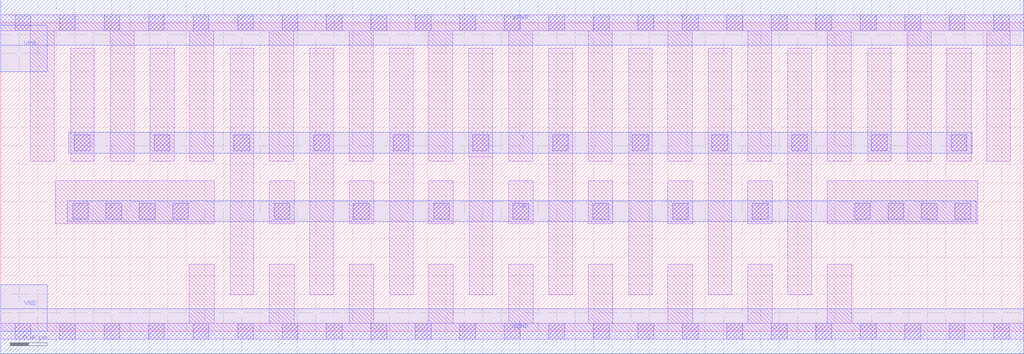
<source format=lef>
# Copyright 2020 The SkyWater PDK Authors
#
# Licensed under the Apache License, Version 2.0 (the "License");
# you may not use this file except in compliance with the License.
# You may obtain a copy of the License at
#
#     https://www.apache.org/licenses/LICENSE-2.0
#
# Unless required by applicable law or agreed to in writing, software
# distributed under the License is distributed on an "AS IS" BASIS,
# WITHOUT WARRANTIES OR CONDITIONS OF ANY KIND, either express or implied.
# See the License for the specific language governing permissions and
# limitations under the License.
#
# SPDX-License-Identifier: Apache-2.0

VERSION 5.5 ;
NAMESCASESENSITIVE ON ;
BUSBITCHARS "[]" ;
DIVIDERCHAR "/" ;
MACRO sky130_fd_sc_lp__clkinv_16
  CLASS CORE ;
  SOURCE USER ;
  ORIGIN  0.000000  0.000000 ;
  SIZE  11.04000 BY  3.330000 ;
  SYMMETRY X Y R90 ;
  SITE unit ;
  PIN A
    ANTENNAGATEAREA  5.544000 ;
    DIRECTION INPUT ;
    USE SIGNAL ;
    PORT
      LAYER met1 ;
        RECT 0.715000 1.180000 10.525000 1.410000 ;
    END
  END A
  PIN Y
    ANTENNADIFFAREA  5.174400 ;
    DIRECTION OUTPUT ;
    USE SIGNAL ;
    PORT
      LAYER met1 ;
        RECT 0.735000 1.920000 10.485000 2.150000 ;
    END
  END Y
  PIN VGND
    DIRECTION INOUT ;
    USE GROUND ;
    PORT
      LAYER met1 ;
        RECT 0.000000 -0.245000 11.040000 0.245000 ;
    END
  END VGND
  PIN VNB
    DIRECTION INOUT ;
    USE GROUND ;
    PORT
    END
  END VNB
  PIN VPB
    DIRECTION INOUT ;
    USE POWER ;
    PORT
    END
  END VPB
  PIN VNB
    DIRECTION INOUT ;
    USE GROUND ;
    PORT
      LAYER met1 ;
        RECT 0.000000 0.000000 0.500000 0.500000 ;
    END
  END VNB
  PIN VPB
    DIRECTION INOUT ;
    USE POWER ;
    PORT
      LAYER met1 ;
        RECT 0.000000 2.800000 0.500000 3.300000 ;
    END
  END VPB
  PIN VPWR
    DIRECTION INOUT ;
    USE POWER ;
    PORT
      LAYER met1 ;
        RECT 0.000000 3.085000 11.040000 3.575000 ;
    END
  END VPWR
  OBS
    LAYER li1 ;
      RECT  0.000000 -0.085000 11.040000 0.085000 ;
      RECT  0.000000  3.245000 11.040000 3.415000 ;
      RECT  0.320000  1.835000  0.580000 3.245000 ;
      RECT  0.590000  1.160000  2.305000 1.625000 ;
      RECT  0.755000  1.835000  1.010000 3.055000 ;
      RECT  1.180000  1.835000  1.440000 3.245000 ;
      RECT  1.615000  1.835000  1.870000 3.055000 ;
      RECT  2.035000  0.085000  2.305000 0.725000 ;
      RECT  2.040000  1.835000  2.300000 3.245000 ;
      RECT  2.475000  0.395000  2.730000 3.055000 ;
      RECT  2.900000  0.085000  3.165000 0.725000 ;
      RECT  2.900000  1.160000  3.165000 1.625000 ;
      RECT  2.900000  1.835000  3.160000 3.245000 ;
      RECT  3.335000  0.395000  3.590000 3.055000 ;
      RECT  3.760000  0.085000  4.025000 0.725000 ;
      RECT  3.760000  1.160000  4.025000 1.625000 ;
      RECT  3.760000  1.835000  4.020000 3.245000 ;
      RECT  4.195000  0.395000  4.450000 3.055000 ;
      RECT  4.620000  0.085000  4.885000 0.725000 ;
      RECT  4.620000  1.160000  4.885000 1.625000 ;
      RECT  4.620000  1.835000  4.880000 3.245000 ;
      RECT  5.050000  1.885000  5.310000 3.055000 ;
      RECT  5.055000  0.395000  5.310000 1.885000 ;
      RECT  5.480000  0.085000  5.745000 0.725000 ;
      RECT  5.480000  1.160000  5.745000 1.625000 ;
      RECT  5.480000  1.835000  5.740000 3.245000 ;
      RECT  5.915000  0.395000  6.170000 3.055000 ;
      RECT  6.340000  0.085000  6.605000 0.725000 ;
      RECT  6.340000  1.160000  6.605000 1.625000 ;
      RECT  6.340000  1.835000  6.600000 3.245000 ;
      RECT  6.775000  0.395000  7.030000 3.055000 ;
      RECT  7.200000  0.085000  7.465000 0.725000 ;
      RECT  7.200000  1.160000  7.465000 1.625000 ;
      RECT  7.200000  1.835000  7.460000 3.245000 ;
      RECT  7.635000  0.395000  7.890000 3.055000 ;
      RECT  8.060000  0.085000  8.325000 0.725000 ;
      RECT  8.060000  1.160000  8.325000 1.625000 ;
      RECT  8.060000  1.835000  8.320000 3.245000 ;
      RECT  8.495000  0.395000  8.750000 3.055000 ;
      RECT  8.920000  0.085000  9.185000 0.725000 ;
      RECT  8.920000  1.160000 10.545000 1.625000 ;
      RECT  8.920000  1.835000  9.180000 3.245000 ;
      RECT  9.355000  1.835000  9.610000 3.055000 ;
      RECT  9.780000  1.835000 10.040000 3.245000 ;
      RECT 10.210000  1.835000 10.470000 3.055000 ;
      RECT 10.640000  1.835000 10.895000 3.245000 ;
    LAYER mcon ;
      RECT  0.155000 -0.085000  0.325000 0.085000 ;
      RECT  0.155000  3.245000  0.325000 3.415000 ;
      RECT  0.635000 -0.085000  0.805000 0.085000 ;
      RECT  0.635000  3.245000  0.805000 3.415000 ;
      RECT  0.775000  1.210000  0.945000 1.380000 ;
      RECT  0.795000  1.950000  0.965000 2.120000 ;
      RECT  1.115000 -0.085000  1.285000 0.085000 ;
      RECT  1.115000  3.245000  1.285000 3.415000 ;
      RECT  1.135000  1.210000  1.305000 1.380000 ;
      RECT  1.495000  1.210000  1.665000 1.380000 ;
      RECT  1.595000 -0.085000  1.765000 0.085000 ;
      RECT  1.595000  3.245000  1.765000 3.415000 ;
      RECT  1.655000  1.950000  1.825000 2.120000 ;
      RECT  1.855000  1.210000  2.025000 1.380000 ;
      RECT  2.075000 -0.085000  2.245000 0.085000 ;
      RECT  2.075000  3.245000  2.245000 3.415000 ;
      RECT  2.515000  1.950000  2.685000 2.120000 ;
      RECT  2.555000 -0.085000  2.725000 0.085000 ;
      RECT  2.555000  3.245000  2.725000 3.415000 ;
      RECT  2.950000  1.210000  3.120000 1.380000 ;
      RECT  3.035000 -0.085000  3.205000 0.085000 ;
      RECT  3.035000  3.245000  3.205000 3.415000 ;
      RECT  3.375000  1.950000  3.545000 2.120000 ;
      RECT  3.515000 -0.085000  3.685000 0.085000 ;
      RECT  3.515000  3.245000  3.685000 3.415000 ;
      RECT  3.805000  1.210000  3.975000 1.380000 ;
      RECT  3.995000 -0.085000  4.165000 0.085000 ;
      RECT  3.995000  3.245000  4.165000 3.415000 ;
      RECT  4.235000  1.950000  4.405000 2.120000 ;
      RECT  4.475000 -0.085000  4.645000 0.085000 ;
      RECT  4.475000  3.245000  4.645000 3.415000 ;
      RECT  4.670000  1.210000  4.840000 1.380000 ;
      RECT  4.955000 -0.085000  5.125000 0.085000 ;
      RECT  4.955000  3.245000  5.125000 3.415000 ;
      RECT  5.095000  1.950000  5.265000 2.120000 ;
      RECT  5.435000 -0.085000  5.605000 0.085000 ;
      RECT  5.435000  3.245000  5.605000 3.415000 ;
      RECT  5.525000  1.210000  5.695000 1.380000 ;
      RECT  5.915000 -0.085000  6.085000 0.085000 ;
      RECT  5.915000  3.245000  6.085000 3.415000 ;
      RECT  5.955000  1.950000  6.125000 2.120000 ;
      RECT  6.390000  1.210000  6.560000 1.380000 ;
      RECT  6.395000 -0.085000  6.565000 0.085000 ;
      RECT  6.395000  3.245000  6.565000 3.415000 ;
      RECT  6.815000  1.950000  6.985000 2.120000 ;
      RECT  6.875000 -0.085000  7.045000 0.085000 ;
      RECT  6.875000  3.245000  7.045000 3.415000 ;
      RECT  7.250000  1.210000  7.420000 1.380000 ;
      RECT  7.355000 -0.085000  7.525000 0.085000 ;
      RECT  7.355000  3.245000  7.525000 3.415000 ;
      RECT  7.675000  1.950000  7.845000 2.120000 ;
      RECT  7.835000 -0.085000  8.005000 0.085000 ;
      RECT  7.835000  3.245000  8.005000 3.415000 ;
      RECT  8.110000  1.210000  8.280000 1.380000 ;
      RECT  8.315000 -0.085000  8.485000 0.085000 ;
      RECT  8.315000  3.245000  8.485000 3.415000 ;
      RECT  8.535000  1.950000  8.705000 2.120000 ;
      RECT  8.795000 -0.085000  8.965000 0.085000 ;
      RECT  8.795000  3.245000  8.965000 3.415000 ;
      RECT  9.215000  1.210000  9.385000 1.380000 ;
      RECT  9.275000 -0.085000  9.445000 0.085000 ;
      RECT  9.275000  3.245000  9.445000 3.415000 ;
      RECT  9.395000  1.950000  9.565000 2.120000 ;
      RECT  9.575000  1.210000  9.745000 1.380000 ;
      RECT  9.755000 -0.085000  9.925000 0.085000 ;
      RECT  9.755000  3.245000  9.925000 3.415000 ;
      RECT  9.935000  1.210000 10.105000 1.380000 ;
      RECT 10.235000 -0.085000 10.405000 0.085000 ;
      RECT 10.235000  3.245000 10.405000 3.415000 ;
      RECT 10.255000  1.950000 10.425000 2.120000 ;
      RECT 10.295000  1.210000 10.465000 1.380000 ;
      RECT 10.715000 -0.085000 10.885000 0.085000 ;
      RECT 10.715000  3.245000 10.885000 3.415000 ;
  END
END sky130_fd_sc_lp__clkinv_16
END LIBRARY

</source>
